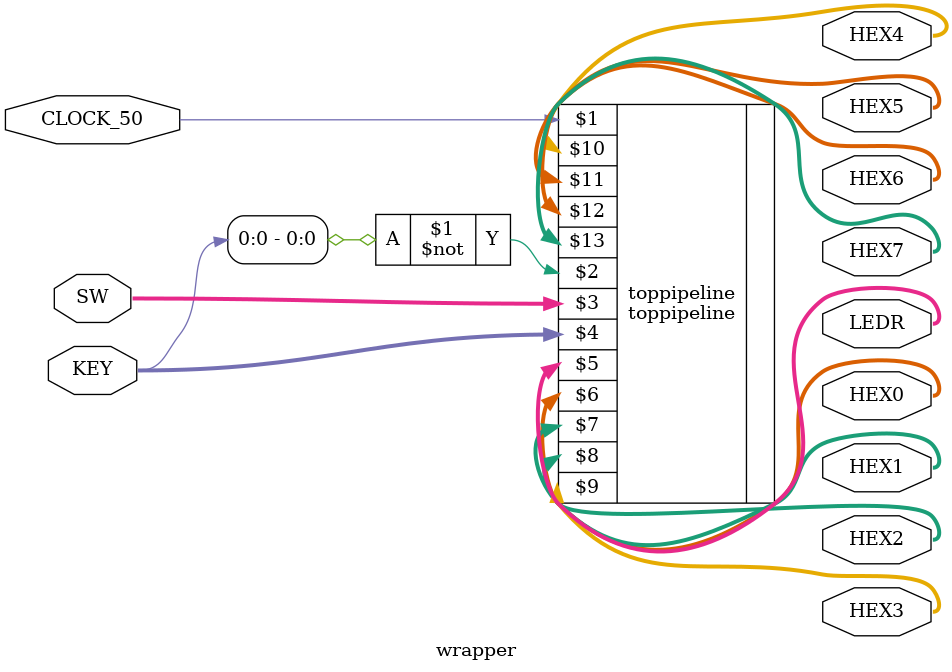
<source format=v>

module wrapper(input CLOCK_50,
                   input  [15:0] SW,
                   input  [3:0]  KEY,
                   output [17:0] LEDR,
                   output [6:0] HEX0, HEX1, 
						 HEX2, HEX3, HEX4, HEX5, HEX6, HEX7);

  // Use KEY[0] (push button switch 0) for reset. 

//  wire clk_out;       
  
//  altpll0 altpll0 (.inclk0(CLOCK_50), .c0(clk_out));

   toppipeline toppipeline(CLOCK_50, ~KEY[0], SW, KEY, LEDR, HEX0, HEX1, 
						 HEX2, HEX3, HEX4, HEX5, HEX6, HEX7);
						 
 // assign LEDR = {KEY[1:0], SW};
  
endmodule



</source>
